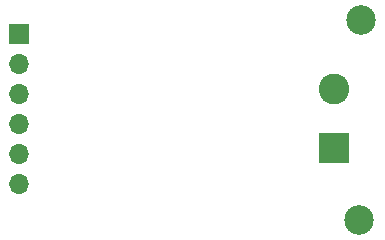
<source format=gbs>
G04 #@! TF.GenerationSoftware,KiCad,Pcbnew,7.0.2*
G04 #@! TF.CreationDate,2023-10-12T11:21:26+02:00*
G04 #@! TF.ProjectId,aansturing lamp pcb,61616e73-7475-4726-996e-67206c616d70,rev?*
G04 #@! TF.SameCoordinates,Original*
G04 #@! TF.FileFunction,Soldermask,Bot*
G04 #@! TF.FilePolarity,Negative*
%FSLAX46Y46*%
G04 Gerber Fmt 4.6, Leading zero omitted, Abs format (unit mm)*
G04 Created by KiCad (PCBNEW 7.0.2) date 2023-10-12 11:21:26*
%MOMM*%
%LPD*%
G01*
G04 APERTURE LIST*
%ADD10C,2.500000*%
%ADD11R,2.600000X2.600000*%
%ADD12C,2.600000*%
%ADD13R,1.700000X1.700000*%
%ADD14O,1.700000X1.700000*%
G04 APERTURE END LIST*
D10*
X110800000Y-91900000D03*
D11*
X108712000Y-85852000D03*
D12*
X108712000Y-80852000D03*
D10*
X111000000Y-75000000D03*
D13*
X82042000Y-76200000D03*
D14*
X82042000Y-78740000D03*
X82042000Y-81280000D03*
X82042000Y-83820000D03*
X82042000Y-86360000D03*
X82042000Y-88900000D03*
M02*

</source>
